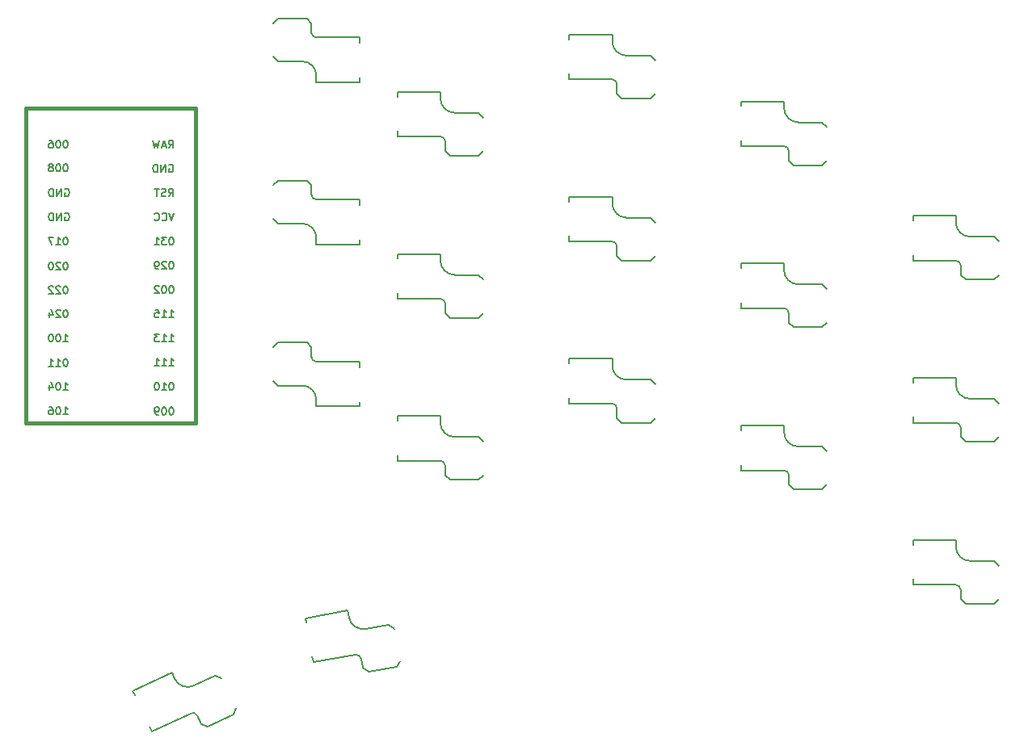
<source format=gbo>
G04 #@! TF.GenerationSoftware,KiCad,Pcbnew,7.0.6*
G04 #@! TF.CreationDate,2024-09-20T23:27:03+02:00*
G04 #@! TF.ProjectId,KoalaKeeb_v0.2_right,4b6f616c-614b-4656-9562-5f76302e325f,rev?*
G04 #@! TF.SameCoordinates,Original*
G04 #@! TF.FileFunction,Legend,Bot*
G04 #@! TF.FilePolarity,Positive*
%FSLAX46Y46*%
G04 Gerber Fmt 4.6, Leading zero omitted, Abs format (unit mm)*
G04 Created by KiCad (PCBNEW 7.0.6) date 2024-09-20 23:27:03*
%MOMM*%
%LPD*%
G01*
G04 APERTURE LIST*
G04 Aperture macros list*
%AMRotRect*
0 Rectangle, with rotation*
0 The origin of the aperture is its center*
0 $1 length*
0 $2 width*
0 $3 Rotation angle, in degrees counterclockwise*
0 Add horizontal line*
21,1,$1,$2,0,0,$3*%
G04 Aperture macros list end*
%ADD10C,0.150000*%
%ADD11C,0.381000*%
%ADD12C,1.752600*%
%ADD13C,0.850000*%
%ADD14C,1.000000*%
%ADD15C,1.701800*%
%ADD16C,3.000000*%
%ADD17C,3.429000*%
%ADD18C,0.990600*%
%ADD19R,2.600000X2.600000*%
%ADD20RotRect,2.600000X2.600000X10.000000*%
%ADD21RotRect,2.600000X2.600000X25.000000*%
%ADD22C,2.500000*%
G04 APERTURE END LIST*
D10*
X65070524Y-61172295D02*
X65527667Y-61172295D01*
X65299095Y-61172295D02*
X65299095Y-60372295D01*
X65299095Y-60372295D02*
X65375286Y-60486580D01*
X65375286Y-60486580D02*
X65451476Y-60562771D01*
X65451476Y-60562771D02*
X65527667Y-60600866D01*
X64308619Y-61172295D02*
X64765762Y-61172295D01*
X64537190Y-61172295D02*
X64537190Y-60372295D01*
X64537190Y-60372295D02*
X64613381Y-60486580D01*
X64613381Y-60486580D02*
X64689571Y-60562771D01*
X64689571Y-60562771D02*
X64765762Y-60600866D01*
X63584809Y-60372295D02*
X63965761Y-60372295D01*
X63965761Y-60372295D02*
X64003857Y-60753247D01*
X64003857Y-60753247D02*
X63965761Y-60715152D01*
X63965761Y-60715152D02*
X63889571Y-60677057D01*
X63889571Y-60677057D02*
X63699095Y-60677057D01*
X63699095Y-60677057D02*
X63622904Y-60715152D01*
X63622904Y-60715152D02*
X63584809Y-60753247D01*
X63584809Y-60753247D02*
X63546714Y-60829438D01*
X63546714Y-60829438D02*
X63546714Y-61019914D01*
X63546714Y-61019914D02*
X63584809Y-61096104D01*
X63584809Y-61096104D02*
X63622904Y-61134200D01*
X63622904Y-61134200D02*
X63699095Y-61172295D01*
X63699095Y-61172295D02*
X63889571Y-61172295D01*
X63889571Y-61172295D02*
X63965761Y-61134200D01*
X63965761Y-61134200D02*
X64003857Y-61096104D01*
X65337190Y-57832295D02*
X65261000Y-57832295D01*
X65261000Y-57832295D02*
X65184809Y-57870390D01*
X65184809Y-57870390D02*
X65146714Y-57908485D01*
X65146714Y-57908485D02*
X65108619Y-57984676D01*
X65108619Y-57984676D02*
X65070524Y-58137057D01*
X65070524Y-58137057D02*
X65070524Y-58327533D01*
X65070524Y-58327533D02*
X65108619Y-58479914D01*
X65108619Y-58479914D02*
X65146714Y-58556104D01*
X65146714Y-58556104D02*
X65184809Y-58594200D01*
X65184809Y-58594200D02*
X65261000Y-58632295D01*
X65261000Y-58632295D02*
X65337190Y-58632295D01*
X65337190Y-58632295D02*
X65413381Y-58594200D01*
X65413381Y-58594200D02*
X65451476Y-58556104D01*
X65451476Y-58556104D02*
X65489571Y-58479914D01*
X65489571Y-58479914D02*
X65527667Y-58327533D01*
X65527667Y-58327533D02*
X65527667Y-58137057D01*
X65527667Y-58137057D02*
X65489571Y-57984676D01*
X65489571Y-57984676D02*
X65451476Y-57908485D01*
X65451476Y-57908485D02*
X65413381Y-57870390D01*
X65413381Y-57870390D02*
X65337190Y-57832295D01*
X64575285Y-57832295D02*
X64499095Y-57832295D01*
X64499095Y-57832295D02*
X64422904Y-57870390D01*
X64422904Y-57870390D02*
X64384809Y-57908485D01*
X64384809Y-57908485D02*
X64346714Y-57984676D01*
X64346714Y-57984676D02*
X64308619Y-58137057D01*
X64308619Y-58137057D02*
X64308619Y-58327533D01*
X64308619Y-58327533D02*
X64346714Y-58479914D01*
X64346714Y-58479914D02*
X64384809Y-58556104D01*
X64384809Y-58556104D02*
X64422904Y-58594200D01*
X64422904Y-58594200D02*
X64499095Y-58632295D01*
X64499095Y-58632295D02*
X64575285Y-58632295D01*
X64575285Y-58632295D02*
X64651476Y-58594200D01*
X64651476Y-58594200D02*
X64689571Y-58556104D01*
X64689571Y-58556104D02*
X64727666Y-58479914D01*
X64727666Y-58479914D02*
X64765762Y-58327533D01*
X64765762Y-58327533D02*
X64765762Y-58137057D01*
X64765762Y-58137057D02*
X64727666Y-57984676D01*
X64727666Y-57984676D02*
X64689571Y-57908485D01*
X64689571Y-57908485D02*
X64651476Y-57870390D01*
X64651476Y-57870390D02*
X64575285Y-57832295D01*
X64003857Y-57908485D02*
X63965761Y-57870390D01*
X63965761Y-57870390D02*
X63889571Y-57832295D01*
X63889571Y-57832295D02*
X63699095Y-57832295D01*
X63699095Y-57832295D02*
X63622904Y-57870390D01*
X63622904Y-57870390D02*
X63584809Y-57908485D01*
X63584809Y-57908485D02*
X63546714Y-57984676D01*
X63546714Y-57984676D02*
X63546714Y-58060866D01*
X63546714Y-58060866D02*
X63584809Y-58175152D01*
X63584809Y-58175152D02*
X64041952Y-58632295D01*
X64041952Y-58632295D02*
X63546714Y-58632295D01*
X54269999Y-65502295D02*
X54193809Y-65502295D01*
X54193809Y-65502295D02*
X54117618Y-65540390D01*
X54117618Y-65540390D02*
X54079523Y-65578485D01*
X54079523Y-65578485D02*
X54041428Y-65654676D01*
X54041428Y-65654676D02*
X54003333Y-65807057D01*
X54003333Y-65807057D02*
X54003333Y-65997533D01*
X54003333Y-65997533D02*
X54041428Y-66149914D01*
X54041428Y-66149914D02*
X54079523Y-66226104D01*
X54079523Y-66226104D02*
X54117618Y-66264200D01*
X54117618Y-66264200D02*
X54193809Y-66302295D01*
X54193809Y-66302295D02*
X54269999Y-66302295D01*
X54269999Y-66302295D02*
X54346190Y-66264200D01*
X54346190Y-66264200D02*
X54384285Y-66226104D01*
X54384285Y-66226104D02*
X54422380Y-66149914D01*
X54422380Y-66149914D02*
X54460476Y-65997533D01*
X54460476Y-65997533D02*
X54460476Y-65807057D01*
X54460476Y-65807057D02*
X54422380Y-65654676D01*
X54422380Y-65654676D02*
X54384285Y-65578485D01*
X54384285Y-65578485D02*
X54346190Y-65540390D01*
X54346190Y-65540390D02*
X54269999Y-65502295D01*
X53241428Y-66302295D02*
X53698571Y-66302295D01*
X53469999Y-66302295D02*
X53469999Y-65502295D01*
X53469999Y-65502295D02*
X53546190Y-65616580D01*
X53546190Y-65616580D02*
X53622380Y-65692771D01*
X53622380Y-65692771D02*
X53698571Y-65730866D01*
X52479523Y-66302295D02*
X52936666Y-66302295D01*
X52708094Y-66302295D02*
X52708094Y-65502295D01*
X52708094Y-65502295D02*
X52784285Y-65616580D01*
X52784285Y-65616580D02*
X52860475Y-65692771D01*
X52860475Y-65692771D02*
X52936666Y-65730866D01*
X65337190Y-55292295D02*
X65261000Y-55292295D01*
X65261000Y-55292295D02*
X65184809Y-55330390D01*
X65184809Y-55330390D02*
X65146714Y-55368485D01*
X65146714Y-55368485D02*
X65108619Y-55444676D01*
X65108619Y-55444676D02*
X65070524Y-55597057D01*
X65070524Y-55597057D02*
X65070524Y-55787533D01*
X65070524Y-55787533D02*
X65108619Y-55939914D01*
X65108619Y-55939914D02*
X65146714Y-56016104D01*
X65146714Y-56016104D02*
X65184809Y-56054200D01*
X65184809Y-56054200D02*
X65261000Y-56092295D01*
X65261000Y-56092295D02*
X65337190Y-56092295D01*
X65337190Y-56092295D02*
X65413381Y-56054200D01*
X65413381Y-56054200D02*
X65451476Y-56016104D01*
X65451476Y-56016104D02*
X65489571Y-55939914D01*
X65489571Y-55939914D02*
X65527667Y-55787533D01*
X65527667Y-55787533D02*
X65527667Y-55597057D01*
X65527667Y-55597057D02*
X65489571Y-55444676D01*
X65489571Y-55444676D02*
X65451476Y-55368485D01*
X65451476Y-55368485D02*
X65413381Y-55330390D01*
X65413381Y-55330390D02*
X65337190Y-55292295D01*
X64765762Y-55368485D02*
X64727666Y-55330390D01*
X64727666Y-55330390D02*
X64651476Y-55292295D01*
X64651476Y-55292295D02*
X64461000Y-55292295D01*
X64461000Y-55292295D02*
X64384809Y-55330390D01*
X64384809Y-55330390D02*
X64346714Y-55368485D01*
X64346714Y-55368485D02*
X64308619Y-55444676D01*
X64308619Y-55444676D02*
X64308619Y-55520866D01*
X64308619Y-55520866D02*
X64346714Y-55635152D01*
X64346714Y-55635152D02*
X64803857Y-56092295D01*
X64803857Y-56092295D02*
X64308619Y-56092295D01*
X63927666Y-56092295D02*
X63775285Y-56092295D01*
X63775285Y-56092295D02*
X63699095Y-56054200D01*
X63699095Y-56054200D02*
X63660999Y-56016104D01*
X63660999Y-56016104D02*
X63584809Y-55901819D01*
X63584809Y-55901819D02*
X63546714Y-55749438D01*
X63546714Y-55749438D02*
X63546714Y-55444676D01*
X63546714Y-55444676D02*
X63584809Y-55368485D01*
X63584809Y-55368485D02*
X63622904Y-55330390D01*
X63622904Y-55330390D02*
X63699095Y-55292295D01*
X63699095Y-55292295D02*
X63851476Y-55292295D01*
X63851476Y-55292295D02*
X63927666Y-55330390D01*
X63927666Y-55330390D02*
X63965761Y-55368485D01*
X63965761Y-55368485D02*
X64003857Y-55444676D01*
X64003857Y-55444676D02*
X64003857Y-55635152D01*
X64003857Y-55635152D02*
X63965761Y-55711342D01*
X63965761Y-55711342D02*
X63927666Y-55749438D01*
X63927666Y-55749438D02*
X63851476Y-55787533D01*
X63851476Y-55787533D02*
X63699095Y-55787533D01*
X63699095Y-55787533D02*
X63622904Y-55749438D01*
X63622904Y-55749438D02*
X63584809Y-55711342D01*
X63584809Y-55711342D02*
X63546714Y-55635152D01*
X54148523Y-50250390D02*
X54224713Y-50212295D01*
X54224713Y-50212295D02*
X54338999Y-50212295D01*
X54338999Y-50212295D02*
X54453285Y-50250390D01*
X54453285Y-50250390D02*
X54529475Y-50326580D01*
X54529475Y-50326580D02*
X54567570Y-50402771D01*
X54567570Y-50402771D02*
X54605666Y-50555152D01*
X54605666Y-50555152D02*
X54605666Y-50669438D01*
X54605666Y-50669438D02*
X54567570Y-50821819D01*
X54567570Y-50821819D02*
X54529475Y-50898009D01*
X54529475Y-50898009D02*
X54453285Y-50974200D01*
X54453285Y-50974200D02*
X54338999Y-51012295D01*
X54338999Y-51012295D02*
X54262808Y-51012295D01*
X54262808Y-51012295D02*
X54148523Y-50974200D01*
X54148523Y-50974200D02*
X54110427Y-50936104D01*
X54110427Y-50936104D02*
X54110427Y-50669438D01*
X54110427Y-50669438D02*
X54262808Y-50669438D01*
X53767570Y-51012295D02*
X53767570Y-50212295D01*
X53767570Y-50212295D02*
X53310427Y-51012295D01*
X53310427Y-51012295D02*
X53310427Y-50212295D01*
X52929475Y-51012295D02*
X52929475Y-50212295D01*
X52929475Y-50212295D02*
X52738999Y-50212295D01*
X52738999Y-50212295D02*
X52624713Y-50250390D01*
X52624713Y-50250390D02*
X52548523Y-50326580D01*
X52548523Y-50326580D02*
X52510428Y-50402771D01*
X52510428Y-50402771D02*
X52472332Y-50555152D01*
X52472332Y-50555152D02*
X52472332Y-50669438D01*
X52472332Y-50669438D02*
X52510428Y-50821819D01*
X52510428Y-50821819D02*
X52548523Y-50898009D01*
X52548523Y-50898009D02*
X52624713Y-50974200D01*
X52624713Y-50974200D02*
X52738999Y-51012295D01*
X52738999Y-51012295D02*
X52929475Y-51012295D01*
X53996143Y-68792295D02*
X54453286Y-68792295D01*
X54224714Y-68792295D02*
X54224714Y-67992295D01*
X54224714Y-67992295D02*
X54300905Y-68106580D01*
X54300905Y-68106580D02*
X54377095Y-68182771D01*
X54377095Y-68182771D02*
X54453286Y-68220866D01*
X53500904Y-67992295D02*
X53424714Y-67992295D01*
X53424714Y-67992295D02*
X53348523Y-68030390D01*
X53348523Y-68030390D02*
X53310428Y-68068485D01*
X53310428Y-68068485D02*
X53272333Y-68144676D01*
X53272333Y-68144676D02*
X53234238Y-68297057D01*
X53234238Y-68297057D02*
X53234238Y-68487533D01*
X53234238Y-68487533D02*
X53272333Y-68639914D01*
X53272333Y-68639914D02*
X53310428Y-68716104D01*
X53310428Y-68716104D02*
X53348523Y-68754200D01*
X53348523Y-68754200D02*
X53424714Y-68792295D01*
X53424714Y-68792295D02*
X53500904Y-68792295D01*
X53500904Y-68792295D02*
X53577095Y-68754200D01*
X53577095Y-68754200D02*
X53615190Y-68716104D01*
X53615190Y-68716104D02*
X53653285Y-68639914D01*
X53653285Y-68639914D02*
X53691381Y-68487533D01*
X53691381Y-68487533D02*
X53691381Y-68297057D01*
X53691381Y-68297057D02*
X53653285Y-68144676D01*
X53653285Y-68144676D02*
X53615190Y-68068485D01*
X53615190Y-68068485D02*
X53577095Y-68030390D01*
X53577095Y-68030390D02*
X53500904Y-67992295D01*
X52548523Y-68258961D02*
X52548523Y-68792295D01*
X52738999Y-67954200D02*
X52929476Y-68525628D01*
X52929476Y-68525628D02*
X52434237Y-68525628D01*
X65064190Y-45170390D02*
X65140380Y-45132295D01*
X65140380Y-45132295D02*
X65254666Y-45132295D01*
X65254666Y-45132295D02*
X65368952Y-45170390D01*
X65368952Y-45170390D02*
X65445142Y-45246580D01*
X65445142Y-45246580D02*
X65483237Y-45322771D01*
X65483237Y-45322771D02*
X65521333Y-45475152D01*
X65521333Y-45475152D02*
X65521333Y-45589438D01*
X65521333Y-45589438D02*
X65483237Y-45741819D01*
X65483237Y-45741819D02*
X65445142Y-45818009D01*
X65445142Y-45818009D02*
X65368952Y-45894200D01*
X65368952Y-45894200D02*
X65254666Y-45932295D01*
X65254666Y-45932295D02*
X65178475Y-45932295D01*
X65178475Y-45932295D02*
X65064190Y-45894200D01*
X65064190Y-45894200D02*
X65026094Y-45856104D01*
X65026094Y-45856104D02*
X65026094Y-45589438D01*
X65026094Y-45589438D02*
X65178475Y-45589438D01*
X64683237Y-45932295D02*
X64683237Y-45132295D01*
X64683237Y-45132295D02*
X64226094Y-45932295D01*
X64226094Y-45932295D02*
X64226094Y-45132295D01*
X63845142Y-45932295D02*
X63845142Y-45132295D01*
X63845142Y-45132295D02*
X63654666Y-45132295D01*
X63654666Y-45132295D02*
X63540380Y-45170390D01*
X63540380Y-45170390D02*
X63464190Y-45246580D01*
X63464190Y-45246580D02*
X63426095Y-45322771D01*
X63426095Y-45322771D02*
X63387999Y-45475152D01*
X63387999Y-45475152D02*
X63387999Y-45589438D01*
X63387999Y-45589438D02*
X63426095Y-45741819D01*
X63426095Y-45741819D02*
X63464190Y-45818009D01*
X63464190Y-45818009D02*
X63540380Y-45894200D01*
X63540380Y-45894200D02*
X63654666Y-45932295D01*
X63654666Y-45932295D02*
X63845142Y-45932295D01*
X54262809Y-42592295D02*
X54186619Y-42592295D01*
X54186619Y-42592295D02*
X54110428Y-42630390D01*
X54110428Y-42630390D02*
X54072333Y-42668485D01*
X54072333Y-42668485D02*
X54034238Y-42744676D01*
X54034238Y-42744676D02*
X53996143Y-42897057D01*
X53996143Y-42897057D02*
X53996143Y-43087533D01*
X53996143Y-43087533D02*
X54034238Y-43239914D01*
X54034238Y-43239914D02*
X54072333Y-43316104D01*
X54072333Y-43316104D02*
X54110428Y-43354200D01*
X54110428Y-43354200D02*
X54186619Y-43392295D01*
X54186619Y-43392295D02*
X54262809Y-43392295D01*
X54262809Y-43392295D02*
X54339000Y-43354200D01*
X54339000Y-43354200D02*
X54377095Y-43316104D01*
X54377095Y-43316104D02*
X54415190Y-43239914D01*
X54415190Y-43239914D02*
X54453286Y-43087533D01*
X54453286Y-43087533D02*
X54453286Y-42897057D01*
X54453286Y-42897057D02*
X54415190Y-42744676D01*
X54415190Y-42744676D02*
X54377095Y-42668485D01*
X54377095Y-42668485D02*
X54339000Y-42630390D01*
X54339000Y-42630390D02*
X54262809Y-42592295D01*
X53500904Y-42592295D02*
X53424714Y-42592295D01*
X53424714Y-42592295D02*
X53348523Y-42630390D01*
X53348523Y-42630390D02*
X53310428Y-42668485D01*
X53310428Y-42668485D02*
X53272333Y-42744676D01*
X53272333Y-42744676D02*
X53234238Y-42897057D01*
X53234238Y-42897057D02*
X53234238Y-43087533D01*
X53234238Y-43087533D02*
X53272333Y-43239914D01*
X53272333Y-43239914D02*
X53310428Y-43316104D01*
X53310428Y-43316104D02*
X53348523Y-43354200D01*
X53348523Y-43354200D02*
X53424714Y-43392295D01*
X53424714Y-43392295D02*
X53500904Y-43392295D01*
X53500904Y-43392295D02*
X53577095Y-43354200D01*
X53577095Y-43354200D02*
X53615190Y-43316104D01*
X53615190Y-43316104D02*
X53653285Y-43239914D01*
X53653285Y-43239914D02*
X53691381Y-43087533D01*
X53691381Y-43087533D02*
X53691381Y-42897057D01*
X53691381Y-42897057D02*
X53653285Y-42744676D01*
X53653285Y-42744676D02*
X53615190Y-42668485D01*
X53615190Y-42668485D02*
X53577095Y-42630390D01*
X53577095Y-42630390D02*
X53500904Y-42592295D01*
X52548523Y-42592295D02*
X52700904Y-42592295D01*
X52700904Y-42592295D02*
X52777095Y-42630390D01*
X52777095Y-42630390D02*
X52815190Y-42668485D01*
X52815190Y-42668485D02*
X52891380Y-42782771D01*
X52891380Y-42782771D02*
X52929476Y-42935152D01*
X52929476Y-42935152D02*
X52929476Y-43239914D01*
X52929476Y-43239914D02*
X52891380Y-43316104D01*
X52891380Y-43316104D02*
X52853285Y-43354200D01*
X52853285Y-43354200D02*
X52777095Y-43392295D01*
X52777095Y-43392295D02*
X52624714Y-43392295D01*
X52624714Y-43392295D02*
X52548523Y-43354200D01*
X52548523Y-43354200D02*
X52510428Y-43316104D01*
X52510428Y-43316104D02*
X52472333Y-43239914D01*
X52472333Y-43239914D02*
X52472333Y-43049438D01*
X52472333Y-43049438D02*
X52510428Y-42973247D01*
X52510428Y-42973247D02*
X52548523Y-42935152D01*
X52548523Y-42935152D02*
X52624714Y-42897057D01*
X52624714Y-42897057D02*
X52777095Y-42897057D01*
X52777095Y-42897057D02*
X52853285Y-42935152D01*
X52853285Y-42935152D02*
X52891380Y-42973247D01*
X52891380Y-42973247D02*
X52929476Y-43049438D01*
X65070524Y-66252295D02*
X65527667Y-66252295D01*
X65299095Y-66252295D02*
X65299095Y-65452295D01*
X65299095Y-65452295D02*
X65375286Y-65566580D01*
X65375286Y-65566580D02*
X65451476Y-65642771D01*
X65451476Y-65642771D02*
X65527667Y-65680866D01*
X64308619Y-66252295D02*
X64765762Y-66252295D01*
X64537190Y-66252295D02*
X64537190Y-65452295D01*
X64537190Y-65452295D02*
X64613381Y-65566580D01*
X64613381Y-65566580D02*
X64689571Y-65642771D01*
X64689571Y-65642771D02*
X64765762Y-65680866D01*
X63546714Y-66252295D02*
X64003857Y-66252295D01*
X63775285Y-66252295D02*
X63775285Y-65452295D01*
X63775285Y-65452295D02*
X63851476Y-65566580D01*
X63851476Y-65566580D02*
X63927666Y-65642771D01*
X63927666Y-65642771D02*
X64003857Y-65680866D01*
X54262809Y-60362295D02*
X54186619Y-60362295D01*
X54186619Y-60362295D02*
X54110428Y-60400390D01*
X54110428Y-60400390D02*
X54072333Y-60438485D01*
X54072333Y-60438485D02*
X54034238Y-60514676D01*
X54034238Y-60514676D02*
X53996143Y-60667057D01*
X53996143Y-60667057D02*
X53996143Y-60857533D01*
X53996143Y-60857533D02*
X54034238Y-61009914D01*
X54034238Y-61009914D02*
X54072333Y-61086104D01*
X54072333Y-61086104D02*
X54110428Y-61124200D01*
X54110428Y-61124200D02*
X54186619Y-61162295D01*
X54186619Y-61162295D02*
X54262809Y-61162295D01*
X54262809Y-61162295D02*
X54339000Y-61124200D01*
X54339000Y-61124200D02*
X54377095Y-61086104D01*
X54377095Y-61086104D02*
X54415190Y-61009914D01*
X54415190Y-61009914D02*
X54453286Y-60857533D01*
X54453286Y-60857533D02*
X54453286Y-60667057D01*
X54453286Y-60667057D02*
X54415190Y-60514676D01*
X54415190Y-60514676D02*
X54377095Y-60438485D01*
X54377095Y-60438485D02*
X54339000Y-60400390D01*
X54339000Y-60400390D02*
X54262809Y-60362295D01*
X53691381Y-60438485D02*
X53653285Y-60400390D01*
X53653285Y-60400390D02*
X53577095Y-60362295D01*
X53577095Y-60362295D02*
X53386619Y-60362295D01*
X53386619Y-60362295D02*
X53310428Y-60400390D01*
X53310428Y-60400390D02*
X53272333Y-60438485D01*
X53272333Y-60438485D02*
X53234238Y-60514676D01*
X53234238Y-60514676D02*
X53234238Y-60590866D01*
X53234238Y-60590866D02*
X53272333Y-60705152D01*
X53272333Y-60705152D02*
X53729476Y-61162295D01*
X53729476Y-61162295D02*
X53234238Y-61162295D01*
X52548523Y-60628961D02*
X52548523Y-61162295D01*
X52738999Y-60324200D02*
X52929476Y-60895628D01*
X52929476Y-60895628D02*
X52434237Y-60895628D01*
X54148523Y-47710390D02*
X54224713Y-47672295D01*
X54224713Y-47672295D02*
X54338999Y-47672295D01*
X54338999Y-47672295D02*
X54453285Y-47710390D01*
X54453285Y-47710390D02*
X54529475Y-47786580D01*
X54529475Y-47786580D02*
X54567570Y-47862771D01*
X54567570Y-47862771D02*
X54605666Y-48015152D01*
X54605666Y-48015152D02*
X54605666Y-48129438D01*
X54605666Y-48129438D02*
X54567570Y-48281819D01*
X54567570Y-48281819D02*
X54529475Y-48358009D01*
X54529475Y-48358009D02*
X54453285Y-48434200D01*
X54453285Y-48434200D02*
X54338999Y-48472295D01*
X54338999Y-48472295D02*
X54262808Y-48472295D01*
X54262808Y-48472295D02*
X54148523Y-48434200D01*
X54148523Y-48434200D02*
X54110427Y-48396104D01*
X54110427Y-48396104D02*
X54110427Y-48129438D01*
X54110427Y-48129438D02*
X54262808Y-48129438D01*
X53767570Y-48472295D02*
X53767570Y-47672295D01*
X53767570Y-47672295D02*
X53310427Y-48472295D01*
X53310427Y-48472295D02*
X53310427Y-47672295D01*
X52929475Y-48472295D02*
X52929475Y-47672295D01*
X52929475Y-47672295D02*
X52738999Y-47672295D01*
X52738999Y-47672295D02*
X52624713Y-47710390D01*
X52624713Y-47710390D02*
X52548523Y-47786580D01*
X52548523Y-47786580D02*
X52510428Y-47862771D01*
X52510428Y-47862771D02*
X52472332Y-48015152D01*
X52472332Y-48015152D02*
X52472332Y-48129438D01*
X52472332Y-48129438D02*
X52510428Y-48281819D01*
X52510428Y-48281819D02*
X52548523Y-48358009D01*
X52548523Y-48358009D02*
X52624713Y-48434200D01*
X52624713Y-48434200D02*
X52738999Y-48472295D01*
X52738999Y-48472295D02*
X52929475Y-48472295D01*
X65339999Y-70572295D02*
X65263809Y-70572295D01*
X65263809Y-70572295D02*
X65187618Y-70610390D01*
X65187618Y-70610390D02*
X65149523Y-70648485D01*
X65149523Y-70648485D02*
X65111428Y-70724676D01*
X65111428Y-70724676D02*
X65073333Y-70877057D01*
X65073333Y-70877057D02*
X65073333Y-71067533D01*
X65073333Y-71067533D02*
X65111428Y-71219914D01*
X65111428Y-71219914D02*
X65149523Y-71296104D01*
X65149523Y-71296104D02*
X65187618Y-71334200D01*
X65187618Y-71334200D02*
X65263809Y-71372295D01*
X65263809Y-71372295D02*
X65339999Y-71372295D01*
X65339999Y-71372295D02*
X65416190Y-71334200D01*
X65416190Y-71334200D02*
X65454285Y-71296104D01*
X65454285Y-71296104D02*
X65492380Y-71219914D01*
X65492380Y-71219914D02*
X65530476Y-71067533D01*
X65530476Y-71067533D02*
X65530476Y-70877057D01*
X65530476Y-70877057D02*
X65492380Y-70724676D01*
X65492380Y-70724676D02*
X65454285Y-70648485D01*
X65454285Y-70648485D02*
X65416190Y-70610390D01*
X65416190Y-70610390D02*
X65339999Y-70572295D01*
X64578094Y-70572295D02*
X64501904Y-70572295D01*
X64501904Y-70572295D02*
X64425713Y-70610390D01*
X64425713Y-70610390D02*
X64387618Y-70648485D01*
X64387618Y-70648485D02*
X64349523Y-70724676D01*
X64349523Y-70724676D02*
X64311428Y-70877057D01*
X64311428Y-70877057D02*
X64311428Y-71067533D01*
X64311428Y-71067533D02*
X64349523Y-71219914D01*
X64349523Y-71219914D02*
X64387618Y-71296104D01*
X64387618Y-71296104D02*
X64425713Y-71334200D01*
X64425713Y-71334200D02*
X64501904Y-71372295D01*
X64501904Y-71372295D02*
X64578094Y-71372295D01*
X64578094Y-71372295D02*
X64654285Y-71334200D01*
X64654285Y-71334200D02*
X64692380Y-71296104D01*
X64692380Y-71296104D02*
X64730475Y-71219914D01*
X64730475Y-71219914D02*
X64768571Y-71067533D01*
X64768571Y-71067533D02*
X64768571Y-70877057D01*
X64768571Y-70877057D02*
X64730475Y-70724676D01*
X64730475Y-70724676D02*
X64692380Y-70648485D01*
X64692380Y-70648485D02*
X64654285Y-70610390D01*
X64654285Y-70610390D02*
X64578094Y-70572295D01*
X63930475Y-71372295D02*
X63778094Y-71372295D01*
X63778094Y-71372295D02*
X63701904Y-71334200D01*
X63701904Y-71334200D02*
X63663808Y-71296104D01*
X63663808Y-71296104D02*
X63587618Y-71181819D01*
X63587618Y-71181819D02*
X63549523Y-71029438D01*
X63549523Y-71029438D02*
X63549523Y-70724676D01*
X63549523Y-70724676D02*
X63587618Y-70648485D01*
X63587618Y-70648485D02*
X63625713Y-70610390D01*
X63625713Y-70610390D02*
X63701904Y-70572295D01*
X63701904Y-70572295D02*
X63854285Y-70572295D01*
X63854285Y-70572295D02*
X63930475Y-70610390D01*
X63930475Y-70610390D02*
X63968570Y-70648485D01*
X63968570Y-70648485D02*
X64006666Y-70724676D01*
X64006666Y-70724676D02*
X64006666Y-70915152D01*
X64006666Y-70915152D02*
X63968570Y-70991342D01*
X63968570Y-70991342D02*
X63930475Y-71029438D01*
X63930475Y-71029438D02*
X63854285Y-71067533D01*
X63854285Y-71067533D02*
X63701904Y-71067533D01*
X63701904Y-71067533D02*
X63625713Y-71029438D01*
X63625713Y-71029438D02*
X63587618Y-70991342D01*
X63587618Y-70991342D02*
X63549523Y-70915152D01*
X65070524Y-63712295D02*
X65527667Y-63712295D01*
X65299095Y-63712295D02*
X65299095Y-62912295D01*
X65299095Y-62912295D02*
X65375286Y-63026580D01*
X65375286Y-63026580D02*
X65451476Y-63102771D01*
X65451476Y-63102771D02*
X65527667Y-63140866D01*
X64308619Y-63712295D02*
X64765762Y-63712295D01*
X64537190Y-63712295D02*
X64537190Y-62912295D01*
X64537190Y-62912295D02*
X64613381Y-63026580D01*
X64613381Y-63026580D02*
X64689571Y-63102771D01*
X64689571Y-63102771D02*
X64765762Y-63140866D01*
X64041952Y-62912295D02*
X63546714Y-62912295D01*
X63546714Y-62912295D02*
X63813380Y-63217057D01*
X63813380Y-63217057D02*
X63699095Y-63217057D01*
X63699095Y-63217057D02*
X63622904Y-63255152D01*
X63622904Y-63255152D02*
X63584809Y-63293247D01*
X63584809Y-63293247D02*
X63546714Y-63369438D01*
X63546714Y-63369438D02*
X63546714Y-63559914D01*
X63546714Y-63559914D02*
X63584809Y-63636104D01*
X63584809Y-63636104D02*
X63622904Y-63674200D01*
X63622904Y-63674200D02*
X63699095Y-63712295D01*
X63699095Y-63712295D02*
X63927666Y-63712295D01*
X63927666Y-63712295D02*
X64003857Y-63674200D01*
X64003857Y-63674200D02*
X64041952Y-63636104D01*
X65337190Y-52752295D02*
X65261000Y-52752295D01*
X65261000Y-52752295D02*
X65184809Y-52790390D01*
X65184809Y-52790390D02*
X65146714Y-52828485D01*
X65146714Y-52828485D02*
X65108619Y-52904676D01*
X65108619Y-52904676D02*
X65070524Y-53057057D01*
X65070524Y-53057057D02*
X65070524Y-53247533D01*
X65070524Y-53247533D02*
X65108619Y-53399914D01*
X65108619Y-53399914D02*
X65146714Y-53476104D01*
X65146714Y-53476104D02*
X65184809Y-53514200D01*
X65184809Y-53514200D02*
X65261000Y-53552295D01*
X65261000Y-53552295D02*
X65337190Y-53552295D01*
X65337190Y-53552295D02*
X65413381Y-53514200D01*
X65413381Y-53514200D02*
X65451476Y-53476104D01*
X65451476Y-53476104D02*
X65489571Y-53399914D01*
X65489571Y-53399914D02*
X65527667Y-53247533D01*
X65527667Y-53247533D02*
X65527667Y-53057057D01*
X65527667Y-53057057D02*
X65489571Y-52904676D01*
X65489571Y-52904676D02*
X65451476Y-52828485D01*
X65451476Y-52828485D02*
X65413381Y-52790390D01*
X65413381Y-52790390D02*
X65337190Y-52752295D01*
X64803857Y-52752295D02*
X64308619Y-52752295D01*
X64308619Y-52752295D02*
X64575285Y-53057057D01*
X64575285Y-53057057D02*
X64461000Y-53057057D01*
X64461000Y-53057057D02*
X64384809Y-53095152D01*
X64384809Y-53095152D02*
X64346714Y-53133247D01*
X64346714Y-53133247D02*
X64308619Y-53209438D01*
X64308619Y-53209438D02*
X64308619Y-53399914D01*
X64308619Y-53399914D02*
X64346714Y-53476104D01*
X64346714Y-53476104D02*
X64384809Y-53514200D01*
X64384809Y-53514200D02*
X64461000Y-53552295D01*
X64461000Y-53552295D02*
X64689571Y-53552295D01*
X64689571Y-53552295D02*
X64765762Y-53514200D01*
X64765762Y-53514200D02*
X64803857Y-53476104D01*
X63546714Y-53552295D02*
X64003857Y-53552295D01*
X63775285Y-53552295D02*
X63775285Y-52752295D01*
X63775285Y-52752295D02*
X63851476Y-52866580D01*
X63851476Y-52866580D02*
X63927666Y-52942771D01*
X63927666Y-52942771D02*
X64003857Y-52980866D01*
X54003333Y-71342295D02*
X54460476Y-71342295D01*
X54231904Y-71342295D02*
X54231904Y-70542295D01*
X54231904Y-70542295D02*
X54308095Y-70656580D01*
X54308095Y-70656580D02*
X54384285Y-70732771D01*
X54384285Y-70732771D02*
X54460476Y-70770866D01*
X53508094Y-70542295D02*
X53431904Y-70542295D01*
X53431904Y-70542295D02*
X53355713Y-70580390D01*
X53355713Y-70580390D02*
X53317618Y-70618485D01*
X53317618Y-70618485D02*
X53279523Y-70694676D01*
X53279523Y-70694676D02*
X53241428Y-70847057D01*
X53241428Y-70847057D02*
X53241428Y-71037533D01*
X53241428Y-71037533D02*
X53279523Y-71189914D01*
X53279523Y-71189914D02*
X53317618Y-71266104D01*
X53317618Y-71266104D02*
X53355713Y-71304200D01*
X53355713Y-71304200D02*
X53431904Y-71342295D01*
X53431904Y-71342295D02*
X53508094Y-71342295D01*
X53508094Y-71342295D02*
X53584285Y-71304200D01*
X53584285Y-71304200D02*
X53622380Y-71266104D01*
X53622380Y-71266104D02*
X53660475Y-71189914D01*
X53660475Y-71189914D02*
X53698571Y-71037533D01*
X53698571Y-71037533D02*
X53698571Y-70847057D01*
X53698571Y-70847057D02*
X53660475Y-70694676D01*
X53660475Y-70694676D02*
X53622380Y-70618485D01*
X53622380Y-70618485D02*
X53584285Y-70580390D01*
X53584285Y-70580390D02*
X53508094Y-70542295D01*
X52555713Y-70542295D02*
X52708094Y-70542295D01*
X52708094Y-70542295D02*
X52784285Y-70580390D01*
X52784285Y-70580390D02*
X52822380Y-70618485D01*
X52822380Y-70618485D02*
X52898570Y-70732771D01*
X52898570Y-70732771D02*
X52936666Y-70885152D01*
X52936666Y-70885152D02*
X52936666Y-71189914D01*
X52936666Y-71189914D02*
X52898570Y-71266104D01*
X52898570Y-71266104D02*
X52860475Y-71304200D01*
X52860475Y-71304200D02*
X52784285Y-71342295D01*
X52784285Y-71342295D02*
X52631904Y-71342295D01*
X52631904Y-71342295D02*
X52555713Y-71304200D01*
X52555713Y-71304200D02*
X52517618Y-71266104D01*
X52517618Y-71266104D02*
X52479523Y-71189914D01*
X52479523Y-71189914D02*
X52479523Y-70999438D01*
X52479523Y-70999438D02*
X52517618Y-70923247D01*
X52517618Y-70923247D02*
X52555713Y-70885152D01*
X52555713Y-70885152D02*
X52631904Y-70847057D01*
X52631904Y-70847057D02*
X52784285Y-70847057D01*
X52784285Y-70847057D02*
X52860475Y-70885152D01*
X52860475Y-70885152D02*
X52898570Y-70923247D01*
X52898570Y-70923247D02*
X52936666Y-70999438D01*
X54262809Y-45062295D02*
X54186619Y-45062295D01*
X54186619Y-45062295D02*
X54110428Y-45100390D01*
X54110428Y-45100390D02*
X54072333Y-45138485D01*
X54072333Y-45138485D02*
X54034238Y-45214676D01*
X54034238Y-45214676D02*
X53996143Y-45367057D01*
X53996143Y-45367057D02*
X53996143Y-45557533D01*
X53996143Y-45557533D02*
X54034238Y-45709914D01*
X54034238Y-45709914D02*
X54072333Y-45786104D01*
X54072333Y-45786104D02*
X54110428Y-45824200D01*
X54110428Y-45824200D02*
X54186619Y-45862295D01*
X54186619Y-45862295D02*
X54262809Y-45862295D01*
X54262809Y-45862295D02*
X54339000Y-45824200D01*
X54339000Y-45824200D02*
X54377095Y-45786104D01*
X54377095Y-45786104D02*
X54415190Y-45709914D01*
X54415190Y-45709914D02*
X54453286Y-45557533D01*
X54453286Y-45557533D02*
X54453286Y-45367057D01*
X54453286Y-45367057D02*
X54415190Y-45214676D01*
X54415190Y-45214676D02*
X54377095Y-45138485D01*
X54377095Y-45138485D02*
X54339000Y-45100390D01*
X54339000Y-45100390D02*
X54262809Y-45062295D01*
X53500904Y-45062295D02*
X53424714Y-45062295D01*
X53424714Y-45062295D02*
X53348523Y-45100390D01*
X53348523Y-45100390D02*
X53310428Y-45138485D01*
X53310428Y-45138485D02*
X53272333Y-45214676D01*
X53272333Y-45214676D02*
X53234238Y-45367057D01*
X53234238Y-45367057D02*
X53234238Y-45557533D01*
X53234238Y-45557533D02*
X53272333Y-45709914D01*
X53272333Y-45709914D02*
X53310428Y-45786104D01*
X53310428Y-45786104D02*
X53348523Y-45824200D01*
X53348523Y-45824200D02*
X53424714Y-45862295D01*
X53424714Y-45862295D02*
X53500904Y-45862295D01*
X53500904Y-45862295D02*
X53577095Y-45824200D01*
X53577095Y-45824200D02*
X53615190Y-45786104D01*
X53615190Y-45786104D02*
X53653285Y-45709914D01*
X53653285Y-45709914D02*
X53691381Y-45557533D01*
X53691381Y-45557533D02*
X53691381Y-45367057D01*
X53691381Y-45367057D02*
X53653285Y-45214676D01*
X53653285Y-45214676D02*
X53615190Y-45138485D01*
X53615190Y-45138485D02*
X53577095Y-45100390D01*
X53577095Y-45100390D02*
X53500904Y-45062295D01*
X52777095Y-45405152D02*
X52853285Y-45367057D01*
X52853285Y-45367057D02*
X52891380Y-45328961D01*
X52891380Y-45328961D02*
X52929476Y-45252771D01*
X52929476Y-45252771D02*
X52929476Y-45214676D01*
X52929476Y-45214676D02*
X52891380Y-45138485D01*
X52891380Y-45138485D02*
X52853285Y-45100390D01*
X52853285Y-45100390D02*
X52777095Y-45062295D01*
X52777095Y-45062295D02*
X52624714Y-45062295D01*
X52624714Y-45062295D02*
X52548523Y-45100390D01*
X52548523Y-45100390D02*
X52510428Y-45138485D01*
X52510428Y-45138485D02*
X52472333Y-45214676D01*
X52472333Y-45214676D02*
X52472333Y-45252771D01*
X52472333Y-45252771D02*
X52510428Y-45328961D01*
X52510428Y-45328961D02*
X52548523Y-45367057D01*
X52548523Y-45367057D02*
X52624714Y-45405152D01*
X52624714Y-45405152D02*
X52777095Y-45405152D01*
X52777095Y-45405152D02*
X52853285Y-45443247D01*
X52853285Y-45443247D02*
X52891380Y-45481342D01*
X52891380Y-45481342D02*
X52929476Y-45557533D01*
X52929476Y-45557533D02*
X52929476Y-45709914D01*
X52929476Y-45709914D02*
X52891380Y-45786104D01*
X52891380Y-45786104D02*
X52853285Y-45824200D01*
X52853285Y-45824200D02*
X52777095Y-45862295D01*
X52777095Y-45862295D02*
X52624714Y-45862295D01*
X52624714Y-45862295D02*
X52548523Y-45824200D01*
X52548523Y-45824200D02*
X52510428Y-45786104D01*
X52510428Y-45786104D02*
X52472333Y-45709914D01*
X52472333Y-45709914D02*
X52472333Y-45557533D01*
X52472333Y-45557533D02*
X52510428Y-45481342D01*
X52510428Y-45481342D02*
X52548523Y-45443247D01*
X52548523Y-45443247D02*
X52624714Y-45405152D01*
X54262809Y-57862295D02*
X54186619Y-57862295D01*
X54186619Y-57862295D02*
X54110428Y-57900390D01*
X54110428Y-57900390D02*
X54072333Y-57938485D01*
X54072333Y-57938485D02*
X54034238Y-58014676D01*
X54034238Y-58014676D02*
X53996143Y-58167057D01*
X53996143Y-58167057D02*
X53996143Y-58357533D01*
X53996143Y-58357533D02*
X54034238Y-58509914D01*
X54034238Y-58509914D02*
X54072333Y-58586104D01*
X54072333Y-58586104D02*
X54110428Y-58624200D01*
X54110428Y-58624200D02*
X54186619Y-58662295D01*
X54186619Y-58662295D02*
X54262809Y-58662295D01*
X54262809Y-58662295D02*
X54339000Y-58624200D01*
X54339000Y-58624200D02*
X54377095Y-58586104D01*
X54377095Y-58586104D02*
X54415190Y-58509914D01*
X54415190Y-58509914D02*
X54453286Y-58357533D01*
X54453286Y-58357533D02*
X54453286Y-58167057D01*
X54453286Y-58167057D02*
X54415190Y-58014676D01*
X54415190Y-58014676D02*
X54377095Y-57938485D01*
X54377095Y-57938485D02*
X54339000Y-57900390D01*
X54339000Y-57900390D02*
X54262809Y-57862295D01*
X53691381Y-57938485D02*
X53653285Y-57900390D01*
X53653285Y-57900390D02*
X53577095Y-57862295D01*
X53577095Y-57862295D02*
X53386619Y-57862295D01*
X53386619Y-57862295D02*
X53310428Y-57900390D01*
X53310428Y-57900390D02*
X53272333Y-57938485D01*
X53272333Y-57938485D02*
X53234238Y-58014676D01*
X53234238Y-58014676D02*
X53234238Y-58090866D01*
X53234238Y-58090866D02*
X53272333Y-58205152D01*
X53272333Y-58205152D02*
X53729476Y-58662295D01*
X53729476Y-58662295D02*
X53234238Y-58662295D01*
X52929476Y-57938485D02*
X52891380Y-57900390D01*
X52891380Y-57900390D02*
X52815190Y-57862295D01*
X52815190Y-57862295D02*
X52624714Y-57862295D01*
X52624714Y-57862295D02*
X52548523Y-57900390D01*
X52548523Y-57900390D02*
X52510428Y-57938485D01*
X52510428Y-57938485D02*
X52472333Y-58014676D01*
X52472333Y-58014676D02*
X52472333Y-58090866D01*
X52472333Y-58090866D02*
X52510428Y-58205152D01*
X52510428Y-58205152D02*
X52967571Y-58662295D01*
X52967571Y-58662295D02*
X52472333Y-58662295D01*
X65603857Y-50212295D02*
X65337190Y-51012295D01*
X65337190Y-51012295D02*
X65070524Y-50212295D01*
X64346714Y-50936104D02*
X64384810Y-50974200D01*
X64384810Y-50974200D02*
X64499095Y-51012295D01*
X64499095Y-51012295D02*
X64575286Y-51012295D01*
X64575286Y-51012295D02*
X64689572Y-50974200D01*
X64689572Y-50974200D02*
X64765762Y-50898009D01*
X64765762Y-50898009D02*
X64803857Y-50821819D01*
X64803857Y-50821819D02*
X64841953Y-50669438D01*
X64841953Y-50669438D02*
X64841953Y-50555152D01*
X64841953Y-50555152D02*
X64803857Y-50402771D01*
X64803857Y-50402771D02*
X64765762Y-50326580D01*
X64765762Y-50326580D02*
X64689572Y-50250390D01*
X64689572Y-50250390D02*
X64575286Y-50212295D01*
X64575286Y-50212295D02*
X64499095Y-50212295D01*
X64499095Y-50212295D02*
X64384810Y-50250390D01*
X64384810Y-50250390D02*
X64346714Y-50288485D01*
X63546714Y-50936104D02*
X63584810Y-50974200D01*
X63584810Y-50974200D02*
X63699095Y-51012295D01*
X63699095Y-51012295D02*
X63775286Y-51012295D01*
X63775286Y-51012295D02*
X63889572Y-50974200D01*
X63889572Y-50974200D02*
X63965762Y-50898009D01*
X63965762Y-50898009D02*
X64003857Y-50821819D01*
X64003857Y-50821819D02*
X64041953Y-50669438D01*
X64041953Y-50669438D02*
X64041953Y-50555152D01*
X64041953Y-50555152D02*
X64003857Y-50402771D01*
X64003857Y-50402771D02*
X63965762Y-50326580D01*
X63965762Y-50326580D02*
X63889572Y-50250390D01*
X63889572Y-50250390D02*
X63775286Y-50212295D01*
X63775286Y-50212295D02*
X63699095Y-50212295D01*
X63699095Y-50212295D02*
X63584810Y-50250390D01*
X63584810Y-50250390D02*
X63546714Y-50288485D01*
X65026095Y-43392295D02*
X65292762Y-43011342D01*
X65483238Y-43392295D02*
X65483238Y-42592295D01*
X65483238Y-42592295D02*
X65178476Y-42592295D01*
X65178476Y-42592295D02*
X65102286Y-42630390D01*
X65102286Y-42630390D02*
X65064191Y-42668485D01*
X65064191Y-42668485D02*
X65026095Y-42744676D01*
X65026095Y-42744676D02*
X65026095Y-42858961D01*
X65026095Y-42858961D02*
X65064191Y-42935152D01*
X65064191Y-42935152D02*
X65102286Y-42973247D01*
X65102286Y-42973247D02*
X65178476Y-43011342D01*
X65178476Y-43011342D02*
X65483238Y-43011342D01*
X64721334Y-43163723D02*
X64340381Y-43163723D01*
X64797524Y-43392295D02*
X64530857Y-42592295D01*
X64530857Y-42592295D02*
X64264191Y-43392295D01*
X64073715Y-42592295D02*
X63883239Y-43392295D01*
X63883239Y-43392295D02*
X63730858Y-42820866D01*
X63730858Y-42820866D02*
X63578477Y-43392295D01*
X63578477Y-43392295D02*
X63388001Y-42592295D01*
X54262809Y-55362295D02*
X54186619Y-55362295D01*
X54186619Y-55362295D02*
X54110428Y-55400390D01*
X54110428Y-55400390D02*
X54072333Y-55438485D01*
X54072333Y-55438485D02*
X54034238Y-55514676D01*
X54034238Y-55514676D02*
X53996143Y-55667057D01*
X53996143Y-55667057D02*
X53996143Y-55857533D01*
X53996143Y-55857533D02*
X54034238Y-56009914D01*
X54034238Y-56009914D02*
X54072333Y-56086104D01*
X54072333Y-56086104D02*
X54110428Y-56124200D01*
X54110428Y-56124200D02*
X54186619Y-56162295D01*
X54186619Y-56162295D02*
X54262809Y-56162295D01*
X54262809Y-56162295D02*
X54339000Y-56124200D01*
X54339000Y-56124200D02*
X54377095Y-56086104D01*
X54377095Y-56086104D02*
X54415190Y-56009914D01*
X54415190Y-56009914D02*
X54453286Y-55857533D01*
X54453286Y-55857533D02*
X54453286Y-55667057D01*
X54453286Y-55667057D02*
X54415190Y-55514676D01*
X54415190Y-55514676D02*
X54377095Y-55438485D01*
X54377095Y-55438485D02*
X54339000Y-55400390D01*
X54339000Y-55400390D02*
X54262809Y-55362295D01*
X53691381Y-55438485D02*
X53653285Y-55400390D01*
X53653285Y-55400390D02*
X53577095Y-55362295D01*
X53577095Y-55362295D02*
X53386619Y-55362295D01*
X53386619Y-55362295D02*
X53310428Y-55400390D01*
X53310428Y-55400390D02*
X53272333Y-55438485D01*
X53272333Y-55438485D02*
X53234238Y-55514676D01*
X53234238Y-55514676D02*
X53234238Y-55590866D01*
X53234238Y-55590866D02*
X53272333Y-55705152D01*
X53272333Y-55705152D02*
X53729476Y-56162295D01*
X53729476Y-56162295D02*
X53234238Y-56162295D01*
X52738999Y-55362295D02*
X52662809Y-55362295D01*
X52662809Y-55362295D02*
X52586618Y-55400390D01*
X52586618Y-55400390D02*
X52548523Y-55438485D01*
X52548523Y-55438485D02*
X52510428Y-55514676D01*
X52510428Y-55514676D02*
X52472333Y-55667057D01*
X52472333Y-55667057D02*
X52472333Y-55857533D01*
X52472333Y-55857533D02*
X52510428Y-56009914D01*
X52510428Y-56009914D02*
X52548523Y-56086104D01*
X52548523Y-56086104D02*
X52586618Y-56124200D01*
X52586618Y-56124200D02*
X52662809Y-56162295D01*
X52662809Y-56162295D02*
X52738999Y-56162295D01*
X52738999Y-56162295D02*
X52815190Y-56124200D01*
X52815190Y-56124200D02*
X52853285Y-56086104D01*
X52853285Y-56086104D02*
X52891380Y-56009914D01*
X52891380Y-56009914D02*
X52929476Y-55857533D01*
X52929476Y-55857533D02*
X52929476Y-55667057D01*
X52929476Y-55667057D02*
X52891380Y-55514676D01*
X52891380Y-55514676D02*
X52853285Y-55438485D01*
X52853285Y-55438485D02*
X52815190Y-55400390D01*
X52815190Y-55400390D02*
X52738999Y-55362295D01*
X54262809Y-52752295D02*
X54186619Y-52752295D01*
X54186619Y-52752295D02*
X54110428Y-52790390D01*
X54110428Y-52790390D02*
X54072333Y-52828485D01*
X54072333Y-52828485D02*
X54034238Y-52904676D01*
X54034238Y-52904676D02*
X53996143Y-53057057D01*
X53996143Y-53057057D02*
X53996143Y-53247533D01*
X53996143Y-53247533D02*
X54034238Y-53399914D01*
X54034238Y-53399914D02*
X54072333Y-53476104D01*
X54072333Y-53476104D02*
X54110428Y-53514200D01*
X54110428Y-53514200D02*
X54186619Y-53552295D01*
X54186619Y-53552295D02*
X54262809Y-53552295D01*
X54262809Y-53552295D02*
X54339000Y-53514200D01*
X54339000Y-53514200D02*
X54377095Y-53476104D01*
X54377095Y-53476104D02*
X54415190Y-53399914D01*
X54415190Y-53399914D02*
X54453286Y-53247533D01*
X54453286Y-53247533D02*
X54453286Y-53057057D01*
X54453286Y-53057057D02*
X54415190Y-52904676D01*
X54415190Y-52904676D02*
X54377095Y-52828485D01*
X54377095Y-52828485D02*
X54339000Y-52790390D01*
X54339000Y-52790390D02*
X54262809Y-52752295D01*
X53234238Y-53552295D02*
X53691381Y-53552295D01*
X53462809Y-53552295D02*
X53462809Y-52752295D01*
X53462809Y-52752295D02*
X53539000Y-52866580D01*
X53539000Y-52866580D02*
X53615190Y-52942771D01*
X53615190Y-52942771D02*
X53691381Y-52980866D01*
X52967571Y-52752295D02*
X52434237Y-52752295D01*
X52434237Y-52752295D02*
X52777095Y-53552295D01*
X65026094Y-48472295D02*
X65292761Y-48091342D01*
X65483237Y-48472295D02*
X65483237Y-47672295D01*
X65483237Y-47672295D02*
X65178475Y-47672295D01*
X65178475Y-47672295D02*
X65102285Y-47710390D01*
X65102285Y-47710390D02*
X65064190Y-47748485D01*
X65064190Y-47748485D02*
X65026094Y-47824676D01*
X65026094Y-47824676D02*
X65026094Y-47938961D01*
X65026094Y-47938961D02*
X65064190Y-48015152D01*
X65064190Y-48015152D02*
X65102285Y-48053247D01*
X65102285Y-48053247D02*
X65178475Y-48091342D01*
X65178475Y-48091342D02*
X65483237Y-48091342D01*
X64721333Y-48434200D02*
X64607047Y-48472295D01*
X64607047Y-48472295D02*
X64416571Y-48472295D01*
X64416571Y-48472295D02*
X64340380Y-48434200D01*
X64340380Y-48434200D02*
X64302285Y-48396104D01*
X64302285Y-48396104D02*
X64264190Y-48319914D01*
X64264190Y-48319914D02*
X64264190Y-48243723D01*
X64264190Y-48243723D02*
X64302285Y-48167533D01*
X64302285Y-48167533D02*
X64340380Y-48129438D01*
X64340380Y-48129438D02*
X64416571Y-48091342D01*
X64416571Y-48091342D02*
X64568952Y-48053247D01*
X64568952Y-48053247D02*
X64645142Y-48015152D01*
X64645142Y-48015152D02*
X64683237Y-47977057D01*
X64683237Y-47977057D02*
X64721333Y-47900866D01*
X64721333Y-47900866D02*
X64721333Y-47824676D01*
X64721333Y-47824676D02*
X64683237Y-47748485D01*
X64683237Y-47748485D02*
X64645142Y-47710390D01*
X64645142Y-47710390D02*
X64568952Y-47672295D01*
X64568952Y-47672295D02*
X64378475Y-47672295D01*
X64378475Y-47672295D02*
X64264190Y-47710390D01*
X64035618Y-47672295D02*
X63578475Y-47672295D01*
X63807047Y-48472295D02*
X63807047Y-47672295D01*
X65337190Y-67992295D02*
X65261000Y-67992295D01*
X65261000Y-67992295D02*
X65184809Y-68030390D01*
X65184809Y-68030390D02*
X65146714Y-68068485D01*
X65146714Y-68068485D02*
X65108619Y-68144676D01*
X65108619Y-68144676D02*
X65070524Y-68297057D01*
X65070524Y-68297057D02*
X65070524Y-68487533D01*
X65070524Y-68487533D02*
X65108619Y-68639914D01*
X65108619Y-68639914D02*
X65146714Y-68716104D01*
X65146714Y-68716104D02*
X65184809Y-68754200D01*
X65184809Y-68754200D02*
X65261000Y-68792295D01*
X65261000Y-68792295D02*
X65337190Y-68792295D01*
X65337190Y-68792295D02*
X65413381Y-68754200D01*
X65413381Y-68754200D02*
X65451476Y-68716104D01*
X65451476Y-68716104D02*
X65489571Y-68639914D01*
X65489571Y-68639914D02*
X65527667Y-68487533D01*
X65527667Y-68487533D02*
X65527667Y-68297057D01*
X65527667Y-68297057D02*
X65489571Y-68144676D01*
X65489571Y-68144676D02*
X65451476Y-68068485D01*
X65451476Y-68068485D02*
X65413381Y-68030390D01*
X65413381Y-68030390D02*
X65337190Y-67992295D01*
X64308619Y-68792295D02*
X64765762Y-68792295D01*
X64537190Y-68792295D02*
X64537190Y-67992295D01*
X64537190Y-67992295D02*
X64613381Y-68106580D01*
X64613381Y-68106580D02*
X64689571Y-68182771D01*
X64689571Y-68182771D02*
X64765762Y-68220866D01*
X63813380Y-67992295D02*
X63737190Y-67992295D01*
X63737190Y-67992295D02*
X63660999Y-68030390D01*
X63660999Y-68030390D02*
X63622904Y-68068485D01*
X63622904Y-68068485D02*
X63584809Y-68144676D01*
X63584809Y-68144676D02*
X63546714Y-68297057D01*
X63546714Y-68297057D02*
X63546714Y-68487533D01*
X63546714Y-68487533D02*
X63584809Y-68639914D01*
X63584809Y-68639914D02*
X63622904Y-68716104D01*
X63622904Y-68716104D02*
X63660999Y-68754200D01*
X63660999Y-68754200D02*
X63737190Y-68792295D01*
X63737190Y-68792295D02*
X63813380Y-68792295D01*
X63813380Y-68792295D02*
X63889571Y-68754200D01*
X63889571Y-68754200D02*
X63927666Y-68716104D01*
X63927666Y-68716104D02*
X63965761Y-68639914D01*
X63965761Y-68639914D02*
X64003857Y-68487533D01*
X64003857Y-68487533D02*
X64003857Y-68297057D01*
X64003857Y-68297057D02*
X63965761Y-68144676D01*
X63965761Y-68144676D02*
X63927666Y-68068485D01*
X63927666Y-68068485D02*
X63889571Y-68030390D01*
X63889571Y-68030390D02*
X63813380Y-67992295D01*
X53996143Y-63712295D02*
X54453286Y-63712295D01*
X54224714Y-63712295D02*
X54224714Y-62912295D01*
X54224714Y-62912295D02*
X54300905Y-63026580D01*
X54300905Y-63026580D02*
X54377095Y-63102771D01*
X54377095Y-63102771D02*
X54453286Y-63140866D01*
X53500904Y-62912295D02*
X53424714Y-62912295D01*
X53424714Y-62912295D02*
X53348523Y-62950390D01*
X53348523Y-62950390D02*
X53310428Y-62988485D01*
X53310428Y-62988485D02*
X53272333Y-63064676D01*
X53272333Y-63064676D02*
X53234238Y-63217057D01*
X53234238Y-63217057D02*
X53234238Y-63407533D01*
X53234238Y-63407533D02*
X53272333Y-63559914D01*
X53272333Y-63559914D02*
X53310428Y-63636104D01*
X53310428Y-63636104D02*
X53348523Y-63674200D01*
X53348523Y-63674200D02*
X53424714Y-63712295D01*
X53424714Y-63712295D02*
X53500904Y-63712295D01*
X53500904Y-63712295D02*
X53577095Y-63674200D01*
X53577095Y-63674200D02*
X53615190Y-63636104D01*
X53615190Y-63636104D02*
X53653285Y-63559914D01*
X53653285Y-63559914D02*
X53691381Y-63407533D01*
X53691381Y-63407533D02*
X53691381Y-63217057D01*
X53691381Y-63217057D02*
X53653285Y-63064676D01*
X53653285Y-63064676D02*
X53615190Y-62988485D01*
X53615190Y-62988485D02*
X53577095Y-62950390D01*
X53577095Y-62950390D02*
X53500904Y-62912295D01*
X52738999Y-62912295D02*
X52662809Y-62912295D01*
X52662809Y-62912295D02*
X52586618Y-62950390D01*
X52586618Y-62950390D02*
X52548523Y-62988485D01*
X52548523Y-62988485D02*
X52510428Y-63064676D01*
X52510428Y-63064676D02*
X52472333Y-63217057D01*
X52472333Y-63217057D02*
X52472333Y-63407533D01*
X52472333Y-63407533D02*
X52510428Y-63559914D01*
X52510428Y-63559914D02*
X52548523Y-63636104D01*
X52548523Y-63636104D02*
X52586618Y-63674200D01*
X52586618Y-63674200D02*
X52662809Y-63712295D01*
X52662809Y-63712295D02*
X52738999Y-63712295D01*
X52738999Y-63712295D02*
X52815190Y-63674200D01*
X52815190Y-63674200D02*
X52853285Y-63636104D01*
X52853285Y-63636104D02*
X52891380Y-63559914D01*
X52891380Y-63559914D02*
X52929476Y-63407533D01*
X52929476Y-63407533D02*
X52929476Y-63217057D01*
X52929476Y-63217057D02*
X52891380Y-63064676D01*
X52891380Y-63064676D02*
X52853285Y-62988485D01*
X52853285Y-62988485D02*
X52815190Y-62950390D01*
X52815190Y-62950390D02*
X52738999Y-62912295D01*
X143000000Y-67500000D02*
X143000000Y-68000000D01*
X143000000Y-71600000D02*
X143000000Y-72200000D01*
X143000000Y-72200000D02*
X147500000Y-72200000D01*
X147500000Y-67500000D02*
X143000000Y-67500000D01*
X147500000Y-68200000D02*
X147500000Y-67500000D01*
X148000000Y-72700000D02*
X148000000Y-73700000D01*
X148500000Y-74200000D02*
X148000000Y-73700000D01*
X151500000Y-69700000D02*
X149000000Y-69700000D01*
X151500000Y-74200000D02*
X148500000Y-74200000D01*
X152000000Y-70200000D02*
X151500000Y-69700000D01*
X152000000Y-73700000D02*
X151500000Y-74200000D01*
X148000000Y-72700000D02*
G75*
G03*
X147500000Y-72200000I-500001J-1D01*
G01*
X147500000Y-68200000D02*
G75*
G03*
X149000000Y-69700000I1500001J1D01*
G01*
X125000000Y-55500000D02*
X125000000Y-56000000D01*
X125000000Y-59600000D02*
X125000000Y-60200000D01*
X125000000Y-60200000D02*
X129500000Y-60200000D01*
X129500000Y-55500000D02*
X125000000Y-55500000D01*
X129500000Y-56200000D02*
X129500000Y-55500000D01*
X130000000Y-60700000D02*
X130000000Y-61700000D01*
X130500000Y-62200000D02*
X130000000Y-61700000D01*
X133500000Y-57700000D02*
X131000000Y-57700000D01*
X133500000Y-62200000D02*
X130500000Y-62200000D01*
X134000000Y-58200000D02*
X133500000Y-57700000D01*
X134000000Y-61700000D02*
X133500000Y-62200000D01*
X130000000Y-60700000D02*
G75*
G03*
X129500000Y-60200000I-500001J-1D01*
G01*
X129500000Y-56200000D02*
G75*
G03*
X131000000Y-57700000I1500001J1D01*
G01*
X79366818Y-92692749D02*
X79453642Y-93185153D01*
X80078776Y-96730461D02*
X80182964Y-97321345D01*
X80182964Y-97321345D02*
X84614599Y-96539929D01*
X83798453Y-91911332D02*
X79366818Y-92692749D01*
X83920007Y-92600698D02*
X83798453Y-91911332D01*
X85193827Y-96945508D02*
X85367475Y-97930316D01*
X85946703Y-98335896D02*
X85367475Y-97930316D01*
X88119710Y-93383316D02*
X85657691Y-93817437D01*
X88901127Y-97814951D02*
X85946703Y-98335896D01*
X88698938Y-93788896D02*
X88119710Y-93383316D01*
X89306706Y-97235723D02*
X88901127Y-97814951D01*
X85193828Y-96945508D02*
G75*
G03*
X84614599Y-96539929I-492405J-86826D01*
G01*
X83920007Y-92600698D02*
G75*
G03*
X85657691Y-93817437I1477212J260474D01*
G01*
X107000000Y-65500000D02*
X107000000Y-66000000D01*
X107000000Y-69600000D02*
X107000000Y-70200000D01*
X107000000Y-70200000D02*
X111500000Y-70200000D01*
X111500000Y-65500000D02*
X107000000Y-65500000D01*
X111500000Y-66200000D02*
X111500000Y-65500000D01*
X112000000Y-70700000D02*
X112000000Y-71700000D01*
X112500000Y-72200000D02*
X112000000Y-71700000D01*
X115500000Y-67700000D02*
X113000000Y-67700000D01*
X115500000Y-72200000D02*
X112500000Y-72200000D01*
X116000000Y-68200000D02*
X115500000Y-67700000D01*
X116000000Y-71700000D02*
X115500000Y-72200000D01*
X112000000Y-70700000D02*
G75*
G03*
X111500000Y-70200000I-500001J-1D01*
G01*
X111500000Y-66200000D02*
G75*
G03*
X113000000Y-67700000I1500001J1D01*
G01*
X89000000Y-71500000D02*
X89000000Y-72000000D01*
X89000000Y-75600000D02*
X89000000Y-76200000D01*
X89000000Y-76200000D02*
X93500000Y-76200000D01*
X93500000Y-71500000D02*
X89000000Y-71500000D01*
X93500000Y-72200000D02*
X93500000Y-71500000D01*
X94000000Y-76700000D02*
X94000000Y-77700000D01*
X94500000Y-78200000D02*
X94000000Y-77700000D01*
X97500000Y-73700000D02*
X95000000Y-73700000D01*
X97500000Y-78200000D02*
X94500000Y-78200000D01*
X98000000Y-74200000D02*
X97500000Y-73700000D01*
X98000000Y-77700000D02*
X97500000Y-78200000D01*
X94000000Y-76700000D02*
G75*
G03*
X93500000Y-76200000I-500001J-1D01*
G01*
X93500000Y-72200000D02*
G75*
G03*
X95000000Y-73700000I1500001J1D01*
G01*
X125000000Y-72500000D02*
X125000000Y-73000000D01*
X125000000Y-76600000D02*
X125000000Y-77200000D01*
X125000000Y-77200000D02*
X129500000Y-77200000D01*
X129500000Y-72500000D02*
X125000000Y-72500000D01*
X129500000Y-73200000D02*
X129500000Y-72500000D01*
X130000000Y-77700000D02*
X130000000Y-78700000D01*
X130500000Y-79200000D02*
X130000000Y-78700000D01*
X133500000Y-74700000D02*
X131000000Y-74700000D01*
X133500000Y-79200000D02*
X130500000Y-79200000D01*
X134000000Y-75200000D02*
X133500000Y-74700000D01*
X134000000Y-78700000D02*
X133500000Y-79200000D01*
X130000000Y-77700000D02*
G75*
G03*
X129500000Y-77200000I-500001J-1D01*
G01*
X129500000Y-73200000D02*
G75*
G03*
X131000000Y-74700000I1500001J1D01*
G01*
X61289773Y-100317790D02*
X61501082Y-100770943D01*
X63022508Y-104033651D02*
X63276079Y-104577436D01*
X63276079Y-104577436D02*
X67354464Y-102675654D01*
X65368158Y-98416007D02*
X61289773Y-100317790D01*
X65663991Y-99050423D02*
X65368158Y-98416007D01*
X68018927Y-102917499D02*
X68441545Y-103823806D01*
X69106008Y-104065651D02*
X68441545Y-103823806D01*
X69923149Y-98719411D02*
X67657380Y-99775957D01*
X71824931Y-102797796D02*
X69106008Y-104065651D01*
X70587612Y-98961256D02*
X69923149Y-98719411D01*
X72066776Y-102133333D02*
X71824931Y-102797796D01*
X68018926Y-102917500D02*
G75*
G03*
X67354464Y-102675654I-453154J-211309D01*
G01*
X65663991Y-99050423D02*
G75*
G03*
X67657380Y-99775957I1359462J633929D01*
G01*
X89000000Y-37500000D02*
X89000000Y-38000000D01*
X89000000Y-41600000D02*
X89000000Y-42200000D01*
X89000000Y-42200000D02*
X93500000Y-42200000D01*
X93500000Y-37500000D02*
X89000000Y-37500000D01*
X93500000Y-38200000D02*
X93500000Y-37500000D01*
X94000000Y-42700000D02*
X94000000Y-43700000D01*
X94500000Y-44200000D02*
X94000000Y-43700000D01*
X97500000Y-39700000D02*
X95000000Y-39700000D01*
X97500000Y-44200000D02*
X94500000Y-44200000D01*
X98000000Y-40200000D02*
X97500000Y-39700000D01*
X98000000Y-43700000D02*
X97500000Y-44200000D01*
X94000000Y-42700000D02*
G75*
G03*
X93500000Y-42200000I-500001J-1D01*
G01*
X93500000Y-38200000D02*
G75*
G03*
X95000000Y-39700000I1500001J1D01*
G01*
X89000000Y-54500000D02*
X89000000Y-55000000D01*
X89000000Y-58600000D02*
X89000000Y-59200000D01*
X89000000Y-59200000D02*
X93500000Y-59200000D01*
X93500000Y-54500000D02*
X89000000Y-54500000D01*
X93500000Y-55200000D02*
X93500000Y-54500000D01*
X94000000Y-59700000D02*
X94000000Y-60700000D01*
X94500000Y-61200000D02*
X94000000Y-60700000D01*
X97500000Y-56700000D02*
X95000000Y-56700000D01*
X97500000Y-61200000D02*
X94500000Y-61200000D01*
X98000000Y-57200000D02*
X97500000Y-56700000D01*
X98000000Y-60700000D02*
X97500000Y-61200000D01*
X94000000Y-59700000D02*
G75*
G03*
X93500000Y-59200000I-500001J-1D01*
G01*
X93500000Y-55200000D02*
G75*
G03*
X95000000Y-56700000I1500001J1D01*
G01*
X85000000Y-53500000D02*
X85000000Y-53000000D01*
X85000000Y-49400000D02*
X85000000Y-48800000D01*
X85000000Y-48800000D02*
X80500000Y-48800000D01*
X80500000Y-53500000D02*
X85000000Y-53500000D01*
X80500000Y-52800000D02*
X80500000Y-53500000D01*
X80000000Y-48300000D02*
X80000000Y-47300000D01*
X79500000Y-46800000D02*
X80000000Y-47300000D01*
X76500000Y-51300000D02*
X79000000Y-51300000D01*
X76500000Y-46800000D02*
X79500000Y-46800000D01*
X76000000Y-50800000D02*
X76500000Y-51300000D01*
X76000000Y-47300000D02*
X76500000Y-46800000D01*
X80000000Y-48300000D02*
G75*
G03*
X80500000Y-48800000I500001J1D01*
G01*
X80500000Y-52800000D02*
G75*
G03*
X79000000Y-51300000I-1500001J-1D01*
G01*
X85000000Y-36500000D02*
X85000000Y-36000000D01*
X85000000Y-32400000D02*
X85000000Y-31800000D01*
X85000000Y-31800000D02*
X80500000Y-31800000D01*
X80500000Y-36500000D02*
X85000000Y-36500000D01*
X80500000Y-35800000D02*
X80500000Y-36500000D01*
X80000000Y-31300000D02*
X80000000Y-30300000D01*
X79500000Y-29800000D02*
X80000000Y-30300000D01*
X76500000Y-34300000D02*
X79000000Y-34300000D01*
X76500000Y-29800000D02*
X79500000Y-29800000D01*
X76000000Y-33800000D02*
X76500000Y-34300000D01*
X76000000Y-30300000D02*
X76500000Y-29800000D01*
X80000000Y-31300000D02*
G75*
G03*
X80500000Y-31800000I500001J1D01*
G01*
X80500000Y-35800000D02*
G75*
G03*
X79000000Y-34300000I-1500001J-1D01*
G01*
D11*
X67890000Y-39220000D02*
X50110000Y-39220000D01*
X50110000Y-39220000D02*
X50110000Y-72240000D01*
X67890000Y-72240000D02*
X67890000Y-39220000D01*
X50110000Y-72240000D02*
X67890000Y-72240000D01*
D10*
X143000000Y-50500000D02*
X143000000Y-51000000D01*
X143000000Y-54600000D02*
X143000000Y-55200000D01*
X143000000Y-55200000D02*
X147500000Y-55200000D01*
X147500000Y-50500000D02*
X143000000Y-50500000D01*
X147500000Y-51200000D02*
X147500000Y-50500000D01*
X148000000Y-55700000D02*
X148000000Y-56700000D01*
X148500000Y-57200000D02*
X148000000Y-56700000D01*
X151500000Y-52700000D02*
X149000000Y-52700000D01*
X151500000Y-57200000D02*
X148500000Y-57200000D01*
X152000000Y-53200000D02*
X151500000Y-52700000D01*
X152000000Y-56700000D02*
X151500000Y-57200000D01*
X148000000Y-55700000D02*
G75*
G03*
X147500000Y-55200000I-500001J-1D01*
G01*
X147500000Y-51200000D02*
G75*
G03*
X149000000Y-52700000I1500001J1D01*
G01*
X107000000Y-31500000D02*
X107000000Y-32000000D01*
X107000000Y-35600000D02*
X107000000Y-36200000D01*
X107000000Y-36200000D02*
X111500000Y-36200000D01*
X111500000Y-31500000D02*
X107000000Y-31500000D01*
X111500000Y-32200000D02*
X111500000Y-31500000D01*
X112000000Y-36700000D02*
X112000000Y-37700000D01*
X112500000Y-38200000D02*
X112000000Y-37700000D01*
X115500000Y-33700000D02*
X113000000Y-33700000D01*
X115500000Y-38200000D02*
X112500000Y-38200000D01*
X116000000Y-34200000D02*
X115500000Y-33700000D01*
X116000000Y-37700000D02*
X115500000Y-38200000D01*
X112000000Y-36700000D02*
G75*
G03*
X111500000Y-36200000I-500001J-1D01*
G01*
X111500000Y-32200000D02*
G75*
G03*
X113000000Y-33700000I1500001J1D01*
G01*
X107000000Y-48500000D02*
X107000000Y-49000000D01*
X107000000Y-52600000D02*
X107000000Y-53200000D01*
X107000000Y-53200000D02*
X111500000Y-53200000D01*
X111500000Y-48500000D02*
X107000000Y-48500000D01*
X111500000Y-49200000D02*
X111500000Y-48500000D01*
X112000000Y-53700000D02*
X112000000Y-54700000D01*
X112500000Y-55200000D02*
X112000000Y-54700000D01*
X115500000Y-50700000D02*
X113000000Y-50700000D01*
X115500000Y-55200000D02*
X112500000Y-55200000D01*
X116000000Y-51200000D02*
X115500000Y-50700000D01*
X116000000Y-54700000D02*
X115500000Y-55200000D01*
X112000000Y-53700000D02*
G75*
G03*
X111500000Y-53200000I-500001J-1D01*
G01*
X111500000Y-49200000D02*
G75*
G03*
X113000000Y-50700000I1500001J1D01*
G01*
X85000000Y-70500000D02*
X85000000Y-70000000D01*
X85000000Y-66400000D02*
X85000000Y-65800000D01*
X85000000Y-65800000D02*
X80500000Y-65800000D01*
X80500000Y-70500000D02*
X85000000Y-70500000D01*
X80500000Y-69800000D02*
X80500000Y-70500000D01*
X80000000Y-65300000D02*
X80000000Y-64300000D01*
X79500000Y-63800000D02*
X80000000Y-64300000D01*
X76500000Y-68300000D02*
X79000000Y-68300000D01*
X76500000Y-63800000D02*
X79500000Y-63800000D01*
X76000000Y-67800000D02*
X76500000Y-68300000D01*
X76000000Y-64300000D02*
X76500000Y-63800000D01*
X80000000Y-65300000D02*
G75*
G03*
X80500000Y-65800000I500001J1D01*
G01*
X80500000Y-69800000D02*
G75*
G03*
X79000000Y-68300000I-1500001J-1D01*
G01*
X143000000Y-84500000D02*
X143000000Y-85000000D01*
X143000000Y-88600000D02*
X143000000Y-89200000D01*
X143000000Y-89200000D02*
X147500000Y-89200000D01*
X147500000Y-84500000D02*
X143000000Y-84500000D01*
X147500000Y-85200000D02*
X147500000Y-84500000D01*
X148000000Y-89700000D02*
X148000000Y-90700000D01*
X148500000Y-91200000D02*
X148000000Y-90700000D01*
X151500000Y-86700000D02*
X149000000Y-86700000D01*
X151500000Y-91200000D02*
X148500000Y-91200000D01*
X152000000Y-87200000D02*
X151500000Y-86700000D01*
X152000000Y-90700000D02*
X151500000Y-91200000D01*
X148000000Y-89700000D02*
G75*
G03*
X147500000Y-89200000I-500001J-1D01*
G01*
X147500000Y-85200000D02*
G75*
G03*
X149000000Y-86700000I1500001J1D01*
G01*
X125000000Y-38500000D02*
X125000000Y-39000000D01*
X125000000Y-42600000D02*
X125000000Y-43200000D01*
X125000000Y-43200000D02*
X129500000Y-43200000D01*
X129500000Y-38500000D02*
X125000000Y-38500000D01*
X129500000Y-39200000D02*
X129500000Y-38500000D01*
X130000000Y-43700000D02*
X130000000Y-44700000D01*
X130500000Y-45200000D02*
X130000000Y-44700000D01*
X133500000Y-40700000D02*
X131000000Y-40700000D01*
X133500000Y-45200000D02*
X130500000Y-45200000D01*
X134000000Y-41200000D02*
X133500000Y-40700000D01*
X134000000Y-44700000D02*
X133500000Y-45200000D01*
X130000000Y-43700000D02*
G75*
G03*
X129500000Y-43200000I-500001J-1D01*
G01*
X129500000Y-39200000D02*
G75*
G03*
X131000000Y-40700000I1500001J1D01*
G01*
D12*
X51380000Y-43030000D03*
X51380000Y-45570000D03*
X51380000Y-48110000D03*
X51380000Y-50650000D03*
X51380000Y-53190000D03*
X51380000Y-55730000D03*
X51380000Y-58270000D03*
X51380000Y-60810000D03*
X51380000Y-63350000D03*
X51380000Y-65890000D03*
X51380000Y-68430000D03*
X51380000Y-70970000D03*
X66620000Y-70970000D03*
X66620000Y-68430000D03*
X66620000Y-65890000D03*
X66620000Y-63350000D03*
X66620000Y-60810000D03*
X66620000Y-58270000D03*
X66620000Y-55730000D03*
X66620000Y-53190000D03*
X66620000Y-50650000D03*
X66620000Y-48110000D03*
X66620000Y-45570000D03*
X66620000Y-43030000D03*
%LPC*%
D13*
X47987443Y-81214249D03*
X49532557Y-83785751D03*
D14*
X67096000Y-76375000D03*
X67096000Y-77625000D03*
D15*
X144500000Y-66000000D03*
D16*
X145000000Y-69750000D03*
D17*
X150000000Y-66000000D03*
D16*
X150000000Y-71950000D03*
D18*
X155220000Y-61800000D03*
D15*
X155500000Y-66000000D03*
D19*
X153275000Y-71950000D03*
X141725000Y-69750000D03*
D15*
X126500000Y-54000000D03*
D16*
X127000000Y-57750000D03*
D17*
X132000000Y-54000000D03*
D16*
X132000000Y-59950000D03*
D18*
X137220000Y-49800000D03*
D15*
X137500000Y-54000000D03*
D19*
X135275000Y-59950000D03*
X123725000Y-57750000D03*
D15*
X80583557Y-90955065D03*
D16*
X81727142Y-94561270D03*
D17*
X86000000Y-90000000D03*
D16*
X87033207Y-95859606D03*
D18*
X90411374Y-84957364D03*
D15*
X91416443Y-89044935D03*
D20*
X90258452Y-95290908D03*
X78501897Y-95129968D03*
D15*
X108500000Y-64000000D03*
D16*
X109000000Y-67750000D03*
D17*
X114000000Y-64000000D03*
D16*
X114000000Y-69950000D03*
D18*
X119220000Y-59800000D03*
D15*
X119500000Y-64000000D03*
D19*
X117275000Y-69950000D03*
X105725000Y-67750000D03*
D15*
X90500000Y-70000000D03*
D16*
X91000000Y-73750000D03*
D17*
X96000000Y-70000000D03*
D16*
X96000000Y-75950000D03*
D18*
X101220000Y-65800000D03*
D15*
X101500000Y-70000000D03*
D19*
X99275000Y-75950000D03*
X87725000Y-73750000D03*
D15*
X126500000Y-71000000D03*
D16*
X127000000Y-74750000D03*
D17*
X132000000Y-71000000D03*
D16*
X132000000Y-76950000D03*
D18*
X137220000Y-66800000D03*
D15*
X137500000Y-71000000D03*
D19*
X135275000Y-76950000D03*
X123725000Y-74750000D03*
D15*
X62015307Y-98324400D03*
D16*
X64053280Y-101511746D03*
D17*
X67000000Y-96000000D03*
D16*
X69514579Y-101392531D03*
D18*
X69955930Y-89987440D03*
D15*
X71984693Y-93675600D03*
D21*
X72482737Y-100008457D03*
X61085122Y-102895820D03*
D15*
X90500000Y-36000000D03*
D16*
X91000000Y-39750000D03*
D17*
X96000000Y-36000000D03*
D16*
X96000000Y-41950000D03*
D18*
X101220000Y-31800000D03*
D15*
X101500000Y-36000000D03*
D19*
X99275000Y-41950000D03*
X87725000Y-39750000D03*
D15*
X90500000Y-53000000D03*
D16*
X91000000Y-56750000D03*
D17*
X96000000Y-53000000D03*
D16*
X96000000Y-58950000D03*
D18*
X101220000Y-48800000D03*
D15*
X101500000Y-53000000D03*
D19*
X99275000Y-58950000D03*
X87725000Y-56750000D03*
D15*
X83500000Y-55000000D03*
D16*
X83000000Y-51250000D03*
D17*
X78000000Y-55000000D03*
D16*
X78000000Y-49050000D03*
D18*
X72780000Y-59200000D03*
D15*
X72500000Y-55000000D03*
D19*
X74725000Y-49050000D03*
X86275000Y-51250000D03*
D15*
X83500000Y-38000000D03*
D16*
X83000000Y-34250000D03*
D17*
X78000000Y-38000000D03*
D16*
X78000000Y-32050000D03*
D18*
X72780000Y-42200000D03*
D15*
X72500000Y-38000000D03*
D19*
X74725000Y-32050000D03*
X86275000Y-34250000D03*
D22*
X63814583Y-82375000D03*
X58185417Y-85625000D03*
D12*
X51380000Y-43030000D03*
X51380000Y-45570000D03*
X51380000Y-48110000D03*
X51380000Y-50650000D03*
X51380000Y-53190000D03*
X51380000Y-55730000D03*
X51380000Y-58270000D03*
X51380000Y-60810000D03*
X51380000Y-63350000D03*
X51380000Y-65890000D03*
X51380000Y-68430000D03*
X51380000Y-70970000D03*
X66620000Y-70970000D03*
X66620000Y-68430000D03*
X66620000Y-65890000D03*
X66620000Y-63350000D03*
X66620000Y-60810000D03*
X66620000Y-58270000D03*
X66620000Y-55730000D03*
X66620000Y-53190000D03*
X66620000Y-50650000D03*
X66620000Y-48110000D03*
X66620000Y-45570000D03*
X66620000Y-43030000D03*
D15*
X144500000Y-49000000D03*
D16*
X145000000Y-52750000D03*
D17*
X150000000Y-49000000D03*
D16*
X150000000Y-54950000D03*
D18*
X155220000Y-44800000D03*
D15*
X155500000Y-49000000D03*
D19*
X153275000Y-54950000D03*
X141725000Y-52750000D03*
D15*
X108500000Y-30000000D03*
D16*
X109000000Y-33750000D03*
D17*
X114000000Y-30000000D03*
D16*
X114000000Y-35950000D03*
D18*
X119220000Y-25800000D03*
D15*
X119500000Y-30000000D03*
D19*
X117275000Y-35950000D03*
X105725000Y-33750000D03*
D15*
X108500000Y-47000000D03*
D16*
X109000000Y-50750000D03*
D17*
X114000000Y-47000000D03*
D16*
X114000000Y-52950000D03*
D18*
X119220000Y-42800000D03*
D15*
X119500000Y-47000000D03*
D19*
X117275000Y-52950000D03*
X105725000Y-50750000D03*
D15*
X83500000Y-72000000D03*
D16*
X83000000Y-68250000D03*
D17*
X78000000Y-72000000D03*
D16*
X78000000Y-66050000D03*
D18*
X72780000Y-76200000D03*
D15*
X72500000Y-72000000D03*
D19*
X74725000Y-66050000D03*
X86275000Y-68250000D03*
D15*
X144500000Y-83000000D03*
D16*
X145000000Y-86750000D03*
D17*
X150000000Y-83000000D03*
D16*
X150000000Y-88950000D03*
D18*
X155220000Y-78800000D03*
D15*
X155500000Y-83000000D03*
D19*
X153275000Y-88950000D03*
X141725000Y-86750000D03*
D15*
X126500000Y-37000000D03*
D16*
X127000000Y-40750000D03*
D17*
X132000000Y-37000000D03*
D16*
X132000000Y-42950000D03*
D18*
X137220000Y-32800000D03*
D15*
X137500000Y-37000000D03*
D19*
X135275000Y-42950000D03*
X123725000Y-40750000D03*
%LPD*%
M02*

</source>
